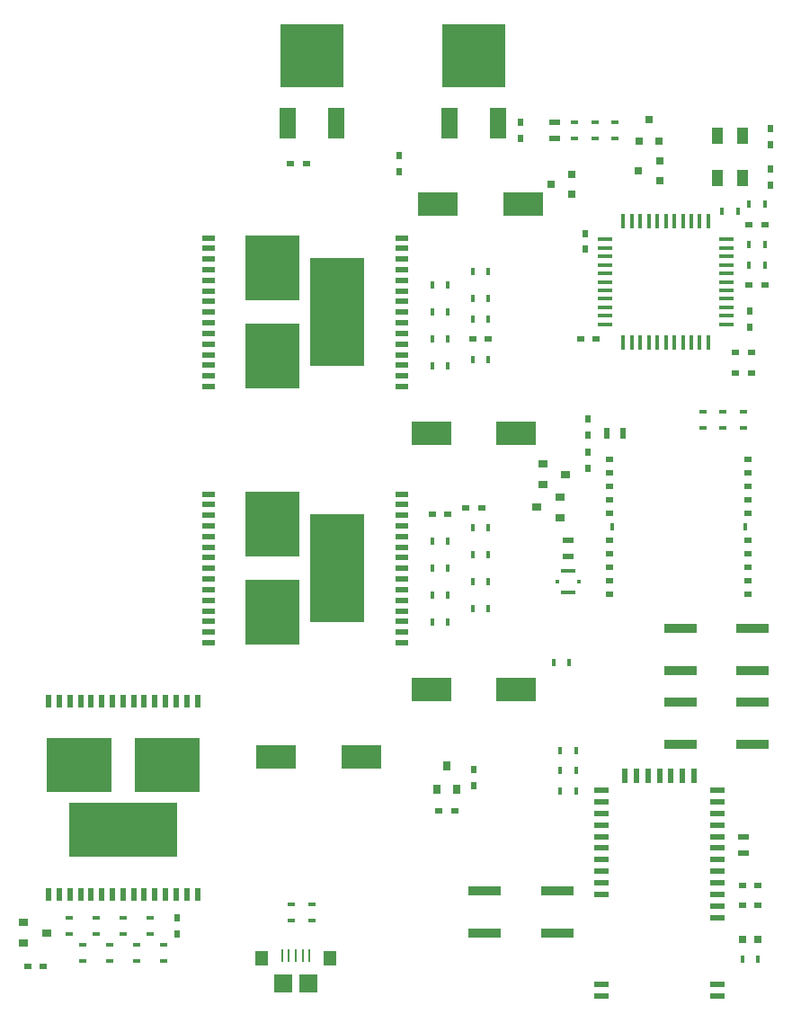
<source format=gtp>
G04 #@! TF.FileFunction,Paste,Top*
%FSLAX46Y46*%
G04 Gerber Fmt 4.6, Leading zero omitted, Abs format (unit mm)*
G04 Created by KiCad (PCBNEW 4.0.4+dfsg1-stable) date Sun Apr 30 12:20:09 2017*
%MOMM*%
%LPD*%
G01*
G04 APERTURE LIST*
%ADD10C,0.150000*%
%ADD11R,0.747600X0.347600*%
%ADD12R,3.848100X2.247900*%
%ADD13R,0.647600X0.597600*%
%ADD14R,1.347600X0.397600*%
%ADD15R,0.397600X1.347600*%
%ADD16R,1.498600X2.895600*%
%ADD17R,5.943600X5.943600*%
%ADD18R,0.597600X0.647600*%
%ADD19R,0.647700X0.647700*%
%ADD20R,0.645160X0.645160*%
%ADD21R,0.482600X0.990600*%
%ADD22R,0.990600X0.482600*%
%ADD23R,0.347600X0.747600*%
%ADD24R,3.047600X0.847600*%
%ADD25R,0.517600X1.147600*%
%ADD26R,6.077600X5.097600*%
%ADD27R,10.147600X5.097600*%
%ADD28R,1.147600X0.517600*%
%ADD29R,5.097600X6.077600*%
%ADD30R,5.097600X10.147600*%
%ADD31R,0.767600X0.547600*%
%ADD32R,0.347600X0.767600*%
%ADD33R,1.047600X1.647600*%
%ADD34R,0.848360X0.647700*%
%ADD35R,0.647700X0.848360*%
%ADD36R,1.347600X0.547600*%
%ADD37R,0.547600X1.347600*%
%ADD38R,1.347600X0.447600*%
%ADD39R,0.397600X0.347600*%
%ADD40R,0.247600X1.197600*%
%ADD41R,1.747600X1.747600*%
%ADD42R,1.247600X1.447600*%
G04 APERTURE END LIST*
D10*
D11*
X69925000Y-120360000D03*
X69925000Y-121860000D03*
D12*
X81164500Y-76025000D03*
X89165500Y-76025000D03*
D13*
X96710000Y-67135000D03*
X95210000Y-67135000D03*
D14*
X108962500Y-65737500D03*
X108962500Y-64937500D03*
X108962500Y-64137500D03*
X108962500Y-63337500D03*
X108962500Y-62537500D03*
X108962500Y-61737500D03*
X108962500Y-60937500D03*
X108962500Y-60137500D03*
X108962500Y-59337500D03*
X108962500Y-58537500D03*
X108962500Y-57737500D03*
D15*
X107262500Y-56037500D03*
X106462500Y-56037500D03*
X105662500Y-56037500D03*
X104862500Y-56037500D03*
X104062500Y-56037500D03*
X103262500Y-56037500D03*
X102462500Y-56037500D03*
X101662500Y-56037500D03*
X100862500Y-56037500D03*
X100062500Y-56037500D03*
X99262500Y-56037500D03*
D14*
X97562500Y-57737500D03*
X97562500Y-58537500D03*
X97562500Y-59337500D03*
X97562500Y-60137500D03*
X97562500Y-60937500D03*
X97562500Y-61737500D03*
X97562500Y-62537500D03*
X97562500Y-63337500D03*
X97562500Y-64137500D03*
X97562500Y-64937500D03*
X97562500Y-65737500D03*
D15*
X99262500Y-67437500D03*
X100062500Y-67437500D03*
X100862500Y-67437500D03*
X101662500Y-67437500D03*
X102462500Y-67437500D03*
X103262500Y-67437500D03*
X104062500Y-67437500D03*
X104862500Y-67437500D03*
X105662500Y-67437500D03*
X106462500Y-67437500D03*
X107262500Y-67437500D03*
D16*
X82879000Y-46815000D03*
D17*
X85165000Y-40465000D03*
D16*
X87451000Y-46815000D03*
X67639000Y-46815000D03*
D17*
X69925000Y-40465000D03*
D16*
X72211000Y-46815000D03*
D13*
X111085000Y-56340000D03*
X112585000Y-56340000D03*
D18*
X111200000Y-64480000D03*
X111200000Y-65980000D03*
D13*
X109815000Y-68405000D03*
X111315000Y-68405000D03*
D18*
X95642500Y-58677500D03*
X95642500Y-57177500D03*
D13*
X69405000Y-50625000D03*
X67905000Y-50625000D03*
D12*
X81799500Y-54435000D03*
X89800500Y-54435000D03*
D18*
X113105000Y-47335000D03*
X113105000Y-48835000D03*
X113105000Y-51145000D03*
X113105000Y-52645000D03*
D13*
X111085000Y-62055000D03*
X112585000Y-62055000D03*
D18*
X57225000Y-121630000D03*
X57225000Y-123130000D03*
D13*
X109815000Y-70310000D03*
X111315000Y-70310000D03*
D18*
X95960000Y-74640000D03*
X95960000Y-76140000D03*
X95960000Y-79315000D03*
X95960000Y-77815000D03*
D13*
X81240000Y-83645000D03*
X82740000Y-83645000D03*
D12*
X74560500Y-106505000D03*
X66559500Y-106505000D03*
D18*
X78180000Y-49875000D03*
X78180000Y-51375000D03*
X89610000Y-48200000D03*
X89610000Y-46700000D03*
D13*
X44640000Y-126190000D03*
X43140000Y-126190000D03*
D18*
X85165000Y-107660000D03*
X85165000Y-109160000D03*
D13*
X83375000Y-111585000D03*
X81875000Y-111585000D03*
X86550000Y-67135000D03*
X85050000Y-67135000D03*
X85915000Y-83010000D03*
X84415000Y-83010000D03*
D19*
X100725000Y-48450760D03*
X102625000Y-48450760D03*
X101675000Y-46451780D03*
X94420760Y-53480000D03*
X94420760Y-51580000D03*
X92421780Y-52530000D03*
X102675760Y-52210000D03*
X102675760Y-50310000D03*
X100676780Y-51260000D03*
D20*
X110450700Y-123650000D03*
X111949300Y-123650000D03*
D21*
X99262000Y-76025000D03*
X97738000Y-76025000D03*
D22*
X110565000Y-113998000D03*
X110565000Y-115522000D03*
X92785000Y-46688000D03*
X92785000Y-48212000D03*
X94055000Y-87582000D03*
X94055000Y-86058000D03*
D23*
X111085000Y-54435000D03*
X112585000Y-54435000D03*
D11*
X48335000Y-125670000D03*
X48335000Y-124170000D03*
X47065000Y-123130000D03*
X47065000Y-121630000D03*
X54685000Y-123130000D03*
X54685000Y-121630000D03*
X55955000Y-125670000D03*
X55955000Y-124170000D03*
X50875000Y-125670000D03*
X50875000Y-124170000D03*
X53415000Y-124170000D03*
X53415000Y-125670000D03*
X52145000Y-123130000D03*
X52145000Y-121630000D03*
X49605000Y-121630000D03*
X49605000Y-123130000D03*
X68020000Y-120360000D03*
X68020000Y-121860000D03*
D23*
X92670000Y-97615000D03*
X94170000Y-97615000D03*
X86550000Y-69040000D03*
X85050000Y-69040000D03*
X82740000Y-69675000D03*
X81240000Y-69675000D03*
X82740000Y-62055000D03*
X81240000Y-62055000D03*
X86550000Y-60785000D03*
X85050000Y-60785000D03*
X86550000Y-65230000D03*
X85050000Y-65230000D03*
X85050000Y-63325000D03*
X86550000Y-63325000D03*
X82740000Y-64595000D03*
X81240000Y-64595000D03*
X81240000Y-67135000D03*
X82740000Y-67135000D03*
X111085000Y-60150000D03*
X112585000Y-60150000D03*
X111085000Y-58245000D03*
X112585000Y-58245000D03*
X108545000Y-55070000D03*
X110045000Y-55070000D03*
D11*
X98500000Y-48200000D03*
X98500000Y-46700000D03*
X96595000Y-48200000D03*
X96595000Y-46700000D03*
X94690000Y-48200000D03*
X94690000Y-46700000D03*
D23*
X86550000Y-92535000D03*
X85050000Y-92535000D03*
X82740000Y-93805000D03*
X81240000Y-93805000D03*
X82740000Y-86185000D03*
X81240000Y-86185000D03*
X86550000Y-84915000D03*
X85050000Y-84915000D03*
X86550000Y-89995000D03*
X85050000Y-89995000D03*
X85050000Y-87455000D03*
X86550000Y-87455000D03*
X82740000Y-88725000D03*
X81240000Y-88725000D03*
X81240000Y-91265000D03*
X82740000Y-91265000D03*
X93305000Y-109680000D03*
X94805000Y-109680000D03*
X94805000Y-105870000D03*
X93305000Y-105870000D03*
D11*
X108660000Y-74005000D03*
X108660000Y-75505000D03*
X110565000Y-74005000D03*
X110565000Y-75505000D03*
X106755000Y-75505000D03*
X106755000Y-74005000D03*
D24*
X111425000Y-105330000D03*
X104625000Y-105330000D03*
X111425000Y-101330000D03*
X104625000Y-101330000D03*
X104625000Y-94345000D03*
X111425000Y-94345000D03*
X104625000Y-98345000D03*
X111425000Y-98345000D03*
X86210000Y-119110000D03*
X93010000Y-119110000D03*
X86210000Y-123110000D03*
X93010000Y-123110000D03*
D25*
X45145000Y-119415000D03*
X46145000Y-119415000D03*
X47145000Y-119415000D03*
X48145000Y-119415000D03*
X49145000Y-119415000D03*
X50145000Y-119415000D03*
X51145000Y-119415000D03*
X52145000Y-119415000D03*
X53145000Y-119415000D03*
X54145000Y-119415000D03*
X55145000Y-119415000D03*
X56145000Y-119415000D03*
X57145000Y-119415000D03*
X58145000Y-119415000D03*
X59145000Y-119415000D03*
X59145000Y-101215000D03*
X58145000Y-101215000D03*
X57145000Y-101215000D03*
X56145000Y-101215000D03*
X55145000Y-101215000D03*
X54145000Y-101215000D03*
X53145000Y-101215000D03*
X52145000Y-101215000D03*
X51145000Y-101215000D03*
X50145000Y-101215000D03*
X49145000Y-101215000D03*
X48145000Y-101215000D03*
X47145000Y-101215000D03*
X46145000Y-101215000D03*
X45145000Y-101215000D03*
D26*
X47980000Y-107265000D03*
X56310000Y-107265000D03*
D27*
X52145000Y-113365000D03*
D28*
X78390000Y-71595000D03*
X78390000Y-70595000D03*
X78390000Y-69595000D03*
X78390000Y-68595000D03*
X78390000Y-67595000D03*
X78390000Y-66595000D03*
X78390000Y-65595000D03*
X78390000Y-64595000D03*
X78390000Y-63595000D03*
X78390000Y-62595000D03*
X78390000Y-61595000D03*
X78390000Y-60595000D03*
X78390000Y-59595000D03*
X78390000Y-58595000D03*
X78390000Y-57595000D03*
X60190000Y-57595000D03*
X60190000Y-58595000D03*
X60190000Y-59595000D03*
X60190000Y-60595000D03*
X60190000Y-61595000D03*
X60190000Y-62595000D03*
X60190000Y-63595000D03*
X60190000Y-64595000D03*
X60190000Y-65595000D03*
X60190000Y-66595000D03*
X60190000Y-67595000D03*
X60190000Y-68595000D03*
X60190000Y-69595000D03*
X60190000Y-70595000D03*
X60190000Y-71595000D03*
D29*
X66240000Y-68760000D03*
X66240000Y-60430000D03*
D30*
X72340000Y-64595000D03*
D31*
X110965000Y-91165000D03*
X110965000Y-89895000D03*
X110965000Y-88625000D03*
X110965000Y-87355000D03*
X110965000Y-86085000D03*
X110965000Y-83545000D03*
X110965000Y-82275000D03*
X110965000Y-81005000D03*
X110965000Y-79735000D03*
X110965000Y-78465000D03*
X97965000Y-78465000D03*
X97965000Y-79735000D03*
X97965000Y-81005000D03*
X97965000Y-82275000D03*
X97965000Y-83545000D03*
X97965000Y-86085000D03*
X97965000Y-87355000D03*
X97965000Y-88625000D03*
X97965000Y-89895000D03*
X97965000Y-91165000D03*
D32*
X110715000Y-84815000D03*
X98215000Y-84815000D03*
D28*
X78390000Y-95725000D03*
X78390000Y-94725000D03*
X78390000Y-93725000D03*
X78390000Y-92725000D03*
X78390000Y-91725000D03*
X78390000Y-90725000D03*
X78390000Y-89725000D03*
X78390000Y-88725000D03*
X78390000Y-87725000D03*
X78390000Y-86725000D03*
X78390000Y-85725000D03*
X78390000Y-84725000D03*
X78390000Y-83725000D03*
X78390000Y-82725000D03*
X78390000Y-81725000D03*
X60190000Y-81725000D03*
X60190000Y-82725000D03*
X60190000Y-83725000D03*
X60190000Y-84725000D03*
X60190000Y-85725000D03*
X60190000Y-86725000D03*
X60190000Y-87725000D03*
X60190000Y-88725000D03*
X60190000Y-89725000D03*
X60190000Y-90725000D03*
X60190000Y-91725000D03*
X60190000Y-92725000D03*
X60190000Y-93725000D03*
X60190000Y-94725000D03*
X60190000Y-95725000D03*
D29*
X66240000Y-92890000D03*
X66240000Y-84560000D03*
D30*
X72340000Y-88725000D03*
D33*
X110495000Y-51990000D03*
X110495000Y-47990000D03*
X108095000Y-47990000D03*
X108095000Y-51990000D03*
D34*
X44958070Y-123046750D03*
X42758430Y-123999250D03*
X42758430Y-122094250D03*
X93853070Y-79866750D03*
X91653430Y-80819250D03*
X91653430Y-78914250D03*
X91081930Y-82978250D03*
X93281570Y-82025750D03*
X93281570Y-83930750D03*
D35*
X82656750Y-107341930D03*
X83609250Y-109541570D03*
X81704250Y-109541570D03*
D23*
X110450000Y-125555000D03*
X111950000Y-125555000D03*
X93305000Y-107775000D03*
X94805000Y-107775000D03*
D36*
X108160000Y-128975000D03*
X108160000Y-127875000D03*
X108160000Y-121675000D03*
X108160000Y-120575000D03*
X108160000Y-119475000D03*
X108160000Y-118375000D03*
X108160000Y-117275000D03*
X108160000Y-116175000D03*
X108160000Y-115075000D03*
X108160000Y-113975000D03*
X108160000Y-112875000D03*
X108160000Y-111775000D03*
X108160000Y-110675000D03*
X108160000Y-109575000D03*
D37*
X105960000Y-108275000D03*
X104860000Y-108275000D03*
X103760000Y-108275000D03*
X102660000Y-108275000D03*
X101560000Y-108275000D03*
X100460000Y-108275000D03*
X99360000Y-108275000D03*
D36*
X97160000Y-109575000D03*
X97160000Y-110675000D03*
X97160000Y-111775000D03*
X97160000Y-112875000D03*
X97160000Y-113975000D03*
X97160000Y-115075000D03*
X97160000Y-116175000D03*
X97160000Y-117275000D03*
X97160000Y-118375000D03*
X97160000Y-119475000D03*
X97160000Y-127875000D03*
X97160000Y-128975000D03*
D13*
X110450000Y-118570000D03*
X111950000Y-118570000D03*
X110450000Y-120475000D03*
X111950000Y-120475000D03*
D12*
X81164500Y-100155000D03*
X89165500Y-100155000D03*
D38*
X94055000Y-90995000D03*
X94055000Y-88995000D03*
D39*
X93030000Y-89995000D03*
X95080000Y-89995000D03*
D40*
X67101000Y-125166000D03*
X67751000Y-125166000D03*
X68400100Y-125166000D03*
X69051000Y-125166000D03*
X69701000Y-125166000D03*
D41*
X67201000Y-127841000D03*
X69601000Y-127841000D03*
D42*
X71601000Y-125441000D03*
X65201000Y-125441000D03*
M02*

</source>
